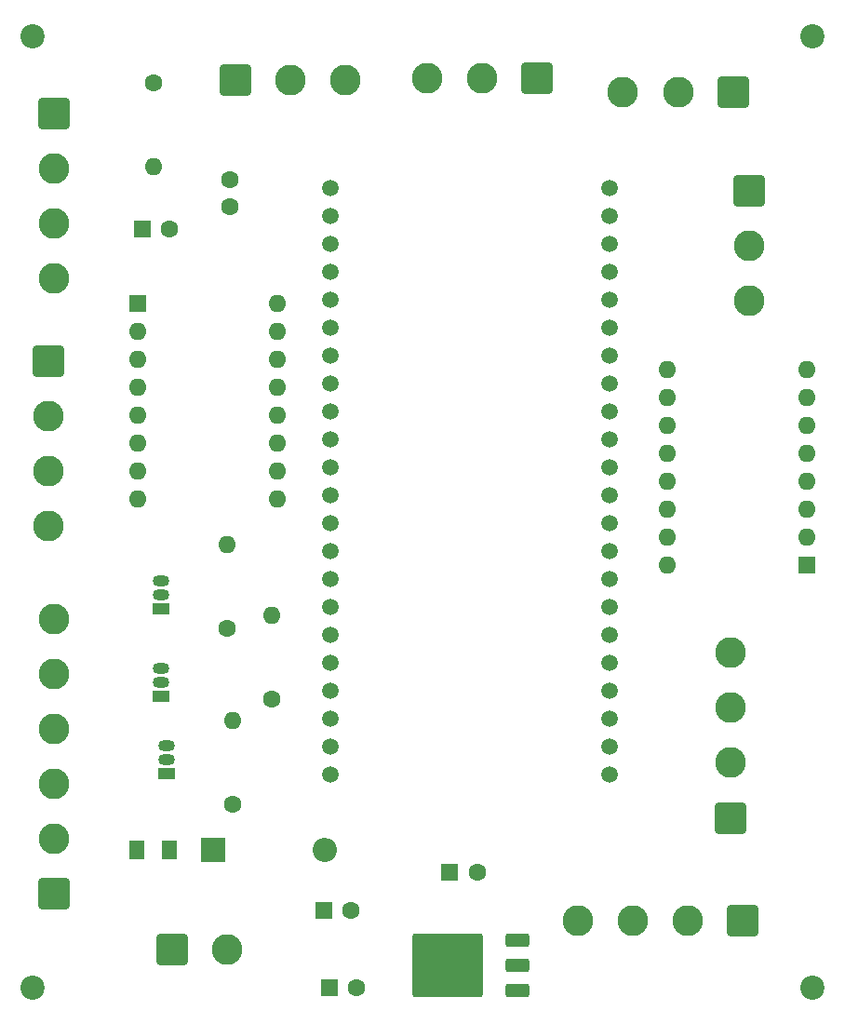
<source format=gbr>
%TF.GenerationSoftware,KiCad,Pcbnew,9.0.1*%
%TF.CreationDate,2025-05-12T13:24:02-07:00*%
%TF.ProjectId,pcb,7063622e-6b69-4636-9164-5f7063625858,rev?*%
%TF.SameCoordinates,Original*%
%TF.FileFunction,Soldermask,Top*%
%TF.FilePolarity,Negative*%
%FSLAX46Y46*%
G04 Gerber Fmt 4.6, Leading zero omitted, Abs format (unit mm)*
G04 Created by KiCad (PCBNEW 9.0.1) date 2025-05-12 13:24:02*
%MOMM*%
%LPD*%
G01*
G04 APERTURE LIST*
G04 Aperture macros list*
%AMRoundRect*
0 Rectangle with rounded corners*
0 $1 Rounding radius*
0 $2 $3 $4 $5 $6 $7 $8 $9 X,Y pos of 4 corners*
0 Add a 4 corners polygon primitive as box body*
4,1,4,$2,$3,$4,$5,$6,$7,$8,$9,$2,$3,0*
0 Add four circle primitives for the rounded corners*
1,1,$1+$1,$2,$3*
1,1,$1+$1,$4,$5*
1,1,$1+$1,$6,$7*
1,1,$1+$1,$8,$9*
0 Add four rect primitives between the rounded corners*
20,1,$1+$1,$2,$3,$4,$5,0*
20,1,$1+$1,$4,$5,$6,$7,0*
20,1,$1+$1,$6,$7,$8,$9,0*
20,1,$1+$1,$8,$9,$2,$3,0*%
G04 Aperture macros list end*
%ADD10C,2.800000*%
%ADD11RoundRect,0.250001X1.149999X1.149999X-1.149999X1.149999X-1.149999X-1.149999X1.149999X-1.149999X0*%
%ADD12C,2.200000*%
%ADD13RoundRect,0.250001X-1.149999X1.149999X-1.149999X-1.149999X1.149999X-1.149999X1.149999X1.149999X0*%
%ADD14R,1.600000X1.600000*%
%ADD15C,1.600000*%
%ADD16RoundRect,0.250000X0.850000X0.350000X-0.850000X0.350000X-0.850000X-0.350000X0.850000X-0.350000X0*%
%ADD17RoundRect,0.249997X2.950003X2.650003X-2.950003X2.650003X-2.950003X-2.650003X2.950003X-2.650003X0*%
%ADD18RoundRect,0.250001X-0.462499X-0.624999X0.462499X-0.624999X0.462499X0.624999X-0.462499X0.624999X0*%
%ADD19R,2.200000X2.200000*%
%ADD20O,2.200000X2.200000*%
%ADD21O,1.600000X1.600000*%
%ADD22R,1.500000X1.050000*%
%ADD23O,1.500000X1.050000*%
%ADD24RoundRect,0.250001X1.149999X-1.149999X1.149999X1.149999X-1.149999X1.149999X-1.149999X-1.149999X0*%
%ADD25RoundRect,0.250001X-1.149999X-1.149999X1.149999X-1.149999X1.149999X1.149999X-1.149999X1.149999X0*%
%ADD26C,1.500000*%
G04 APERTURE END LIST*
D10*
%TO.C,Rehydration_front1*%
X155250000Y-59032500D03*
X160250000Y-59032500D03*
D11*
X165250000Y-59032500D03*
%TD*%
%TO.C,MovingBumper_front1*%
X147397900Y-57779300D03*
D10*
X142397900Y-57779300D03*
X137397900Y-57779300D03*
%TD*%
D12*
%TO.C,TL*%
X101500000Y-54000000D03*
%TD*%
D10*
%TO.C,J2*%
X103000000Y-98500000D03*
X103000000Y-93500000D03*
X103000000Y-88500000D03*
D13*
X103000000Y-83500000D03*
%TD*%
D12*
%TO.C,BL*%
X101500000Y-140500000D03*
%TD*%
%TO.C,BR*%
X172500000Y-140500000D03*
%TD*%
%TO.C,TR*%
X172500000Y-54000000D03*
%TD*%
D14*
%TO.C,vd_c2*%
X111500000Y-71500000D03*
D15*
X114000000Y-71500000D03*
%TD*%
D16*
%TO.C,Regulator1*%
X145625000Y-140755000D03*
X145625000Y-138475000D03*
D17*
X139325000Y-138475000D03*
D16*
X145625000Y-136195000D03*
%TD*%
D18*
%TO.C,PTCFuse1*%
X111000000Y-128000000D03*
X113975000Y-128000000D03*
%TD*%
D19*
%TO.C,D1*%
X117920000Y-128000000D03*
D20*
X128080000Y-128000000D03*
%TD*%
D15*
%TO.C,mix1*%
X119750000Y-123810000D03*
D21*
X119750000Y-116190000D03*
%TD*%
D22*
%TO.C,Q3*%
X113250000Y-106040000D03*
D23*
X113250000Y-104770000D03*
X113250000Y-103500000D03*
%TD*%
D24*
%TO.C,J3*%
X165031500Y-125066700D03*
D10*
X165031500Y-120066700D03*
X165031500Y-115066700D03*
X165031500Y-110066700D03*
%TD*%
D14*
%TO.C,motor_c1*%
X139500000Y-130000000D03*
D15*
X142000000Y-130000000D03*
%TD*%
%TO.C,vd_c1*%
X119500000Y-69500000D03*
X119500000Y-67000000D03*
%TD*%
D25*
%TO.C,MovingBumper_back1*%
X120000000Y-58000000D03*
D10*
X125000000Y-58000000D03*
X130000000Y-58000000D03*
%TD*%
D11*
%TO.C,Debug_ports1*%
X166155000Y-134437400D03*
D10*
X161155000Y-134437400D03*
X156155000Y-134437400D03*
X151155000Y-134437400D03*
%TD*%
D14*
%TO.C,reg_co1*%
X128000000Y-133500000D03*
D15*
X130500000Y-133500000D03*
%TD*%
%TO.C,mix2*%
X123300100Y-114310000D03*
D21*
X123300100Y-106690000D03*
%TD*%
D13*
%TO.C,Thermistor1*%
X103500000Y-61000000D03*
D10*
X103500000Y-66000000D03*
X103500000Y-71000000D03*
X103500000Y-76000000D03*
%TD*%
D26*
%TO.C,ESP32-S3*%
X128590000Y-67792500D03*
X128590000Y-70332500D03*
X128590000Y-72872500D03*
X128590000Y-75412500D03*
X128590000Y-77952500D03*
X128590000Y-80492500D03*
X128590000Y-83032500D03*
X128590000Y-85572500D03*
X128590000Y-88112500D03*
X128590000Y-90652500D03*
X128590000Y-93192500D03*
X128590000Y-95732500D03*
X128590000Y-98272500D03*
X128590000Y-100812500D03*
X128590000Y-103352500D03*
X128590000Y-105892500D03*
X128590000Y-108432500D03*
X128590000Y-110972500D03*
X128590000Y-113512500D03*
X128590000Y-116052500D03*
X128590000Y-118592500D03*
X128590000Y-121132500D03*
X153990000Y-67792500D03*
X153990000Y-70332500D03*
X153990000Y-72872500D03*
X153990000Y-75412500D03*
X153990000Y-77952500D03*
X153990000Y-80492500D03*
X153990000Y-83032500D03*
X153990000Y-85572500D03*
X153990000Y-88112500D03*
X153990000Y-90652500D03*
X153990000Y-93192500D03*
X153990000Y-95732500D03*
X153990000Y-98272500D03*
X153990000Y-100812500D03*
X153990000Y-103352500D03*
X153990000Y-105892500D03*
X153990000Y-108432500D03*
X153990000Y-110972500D03*
X153990000Y-113512500D03*
X153990000Y-116052500D03*
X153990000Y-118592500D03*
X153990000Y-121132500D03*
%TD*%
D14*
%TO.C,reg_ci1*%
X128500000Y-140500000D03*
D15*
X131000000Y-140500000D03*
%TD*%
D14*
%TO.C,Moving1*%
X171982000Y-102106300D03*
D21*
X171982000Y-99566300D03*
X171982000Y-97026300D03*
X171982000Y-94486300D03*
X171982000Y-91946300D03*
X171982000Y-89406300D03*
X171982000Y-86866300D03*
X171982000Y-84326300D03*
X159282000Y-84326300D03*
X159282000Y-86866300D03*
X159282000Y-89406300D03*
X159282000Y-91946300D03*
X159282000Y-94486300D03*
X159282000Y-97026300D03*
X159282000Y-99566300D03*
X159282000Y-102106300D03*
%TD*%
D25*
%TO.C,J1*%
X114212500Y-137032500D03*
D10*
X119212500Y-137032500D03*
%TD*%
D15*
%TO.C,vd_r1*%
X112500000Y-58190000D03*
D21*
X112500000Y-65810000D03*
%TD*%
D15*
%TO.C,mix3*%
X119250000Y-107810000D03*
D21*
X119250000Y-100190000D03*
%TD*%
D22*
%TO.C,Q1*%
X113750000Y-121040000D03*
D23*
X113750000Y-119770000D03*
X113750000Y-118500000D03*
%TD*%
D14*
%TO.C,Rehydration1*%
X111090200Y-78254000D03*
D21*
X111090200Y-80794000D03*
X111090200Y-83334000D03*
X111090200Y-85874000D03*
X111090200Y-88414000D03*
X111090200Y-90954000D03*
X111090200Y-93494000D03*
X111090200Y-96034000D03*
X123790200Y-96034000D03*
X123790200Y-93494000D03*
X123790200Y-90954000D03*
X123790200Y-88414000D03*
X123790200Y-85874000D03*
X123790200Y-83334000D03*
X123790200Y-80794000D03*
X123790200Y-78254000D03*
%TD*%
D22*
%TO.C,Q2*%
X113250000Y-114040000D03*
D23*
X113250000Y-112770000D03*
X113250000Y-111500000D03*
%TD*%
D13*
%TO.C,Rehydration_back1*%
X166732900Y-68049600D03*
D10*
X166732900Y-73049600D03*
X166732900Y-78049600D03*
%TD*%
D24*
%TO.C,Mixing1*%
X103500000Y-132000000D03*
D10*
X103500000Y-127000000D03*
X103500000Y-122000000D03*
X103500000Y-117000000D03*
X103500000Y-112000000D03*
X103500000Y-107000000D03*
%TD*%
M02*

</source>
